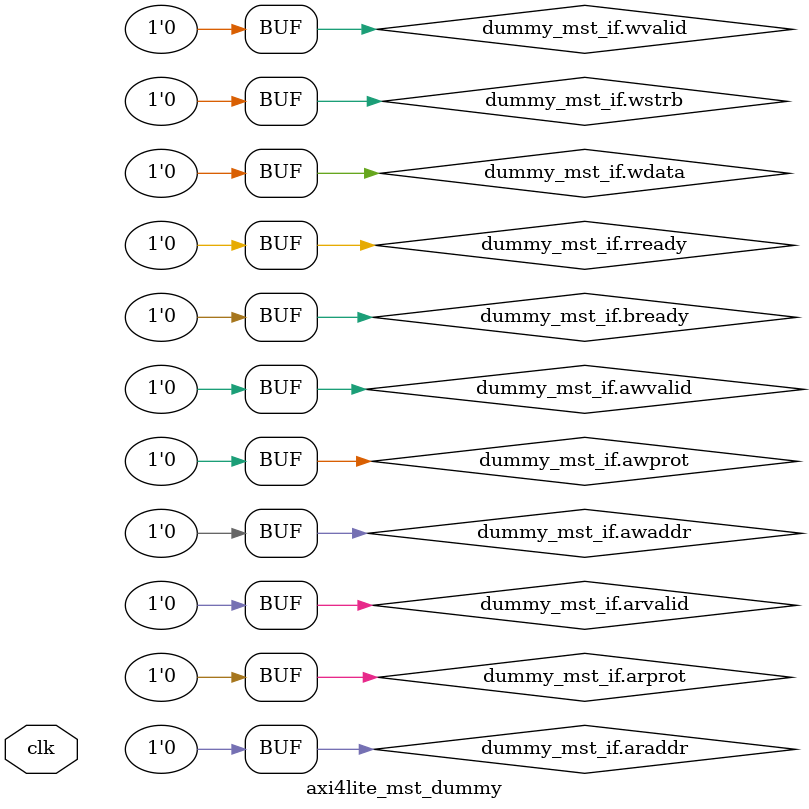
<source format=sv>

module  axi4lite_mst_dummy 
        (
        input                          clk          ,
        ofs_fim_emif_axi_mm_if.master  dummy_mst_if
        );               
        reg                       bready;    /* synthesis noprune */
        reg                       bvalid;    /* synthesis noprune */
        reg [7:0]                 bid;       /* synthesis noprune */
        reg [1:0]                 bresp;     /* synthesis noprune */
        reg                       rready;    /* synthesis noprune */
        reg                       rvalid;    /* synthesis noprune */
        reg [7:0]                 rid;       /* synthesis noprune */
        reg [63:0]                rdata;     /* synthesis noprune */
        reg [1:0]                 rresp;     /* synthesis noprune */
        reg                       rlast;     /* synthesis noprune */

               
        always_comb
            begin
                dummy_mst_if.awaddr   = '0  ;
                dummy_mst_if.awprot   = '0  ;
                dummy_mst_if.awvalid  = '0  ;
                dummy_mst_if.wdata    = '0  ;
                dummy_mst_if.wstrb    = '0  ;
                dummy_mst_if.wvalid   = '0  ;
                dummy_mst_if.bready   = '0  ;
                dummy_mst_if.araddr   = '0  ;
                dummy_mst_if.arprot   = '0  ;
                dummy_mst_if.arvalid  = '0  ;
                dummy_mst_if.rready   = '0  ;
            end 
            
        always_ff @(posedge clk)
            begin
                bready   <= dummy_mst_if.bready  ;
                bvalid   <= dummy_mst_if.bvalid  ;
                bid      <= dummy_mst_if.bid     ;
                bresp    <= dummy_mst_if.bresp   ;
                rready   <= dummy_mst_if.rready  ;
                rvalid   <= dummy_mst_if.rvalid  ;
                rid      <= dummy_mst_if.rid     ;
                rdata    <= dummy_mst_if.rdata   ;
                rresp    <= dummy_mst_if.rresp   ;
                rlast    <= dummy_mst_if.rlast   ;
            end
endmodule


</source>
